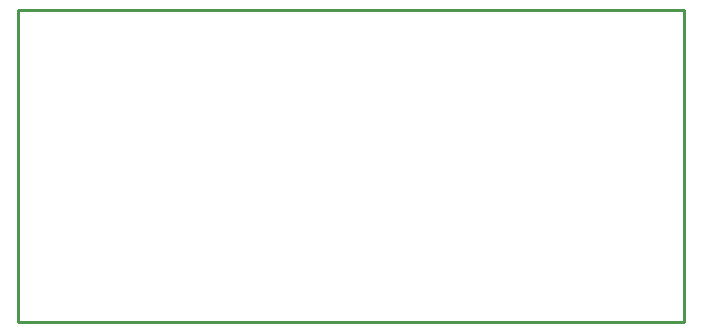
<source format=gbr>
G04 start of page 4 for group 2 idx 2 *
G04 Title: (unknown), outline *
G04 Creator: pcb 20140316 *
G04 CreationDate: Thu 29 Nov 2018 10:04:31 PM GMT UTC *
G04 For: railfan *
G04 Format: Gerber/RS-274X *
G04 PCB-Dimensions (mil): 2220.00 1040.00 *
G04 PCB-Coordinate-Origin: lower left *
%MOIN*%
%FSLAX25Y25*%
%LNOUTLINE*%
%ADD42C,0.0100*%
G54D42*X222000Y104000D02*Y0D01*
X0D01*
Y104000D01*
X222000D01*
M02*

</source>
